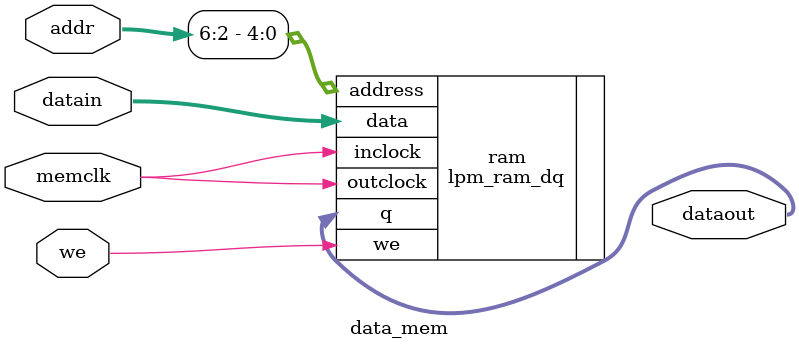
<source format=v>
/************************************************
  The Verilog HDL code example is from the book
  Computer Principles and Design in Verilog HDL
  by Yamin Li, published by A JOHN WILEY & SONS
************************************************/
module data_mem (we,addr,datain,memclk,dataout);
    input  [31:0] addr,datain;
    input         we,memclk;
    output [31:0] dataout;
    lpm_ram_dq ram (.data(datain),.address(addr[6:2]),.we(we),
                    .inclock(memclk),.outclock(memclk),.q(dataout));
    defparam ram.lpm_width           = 32;
    defparam ram.lpm_widthad         =  5;
    defparam ram.lpm_file            = "data_mem.hex";
    defparam ram.lpm_indata          = "REGISTERED";
    defparam ram.lpm_outdata         = "REGISTERED";
    defparam ram.lpm_address_control = "REGISTERED";
endmodule

</source>
